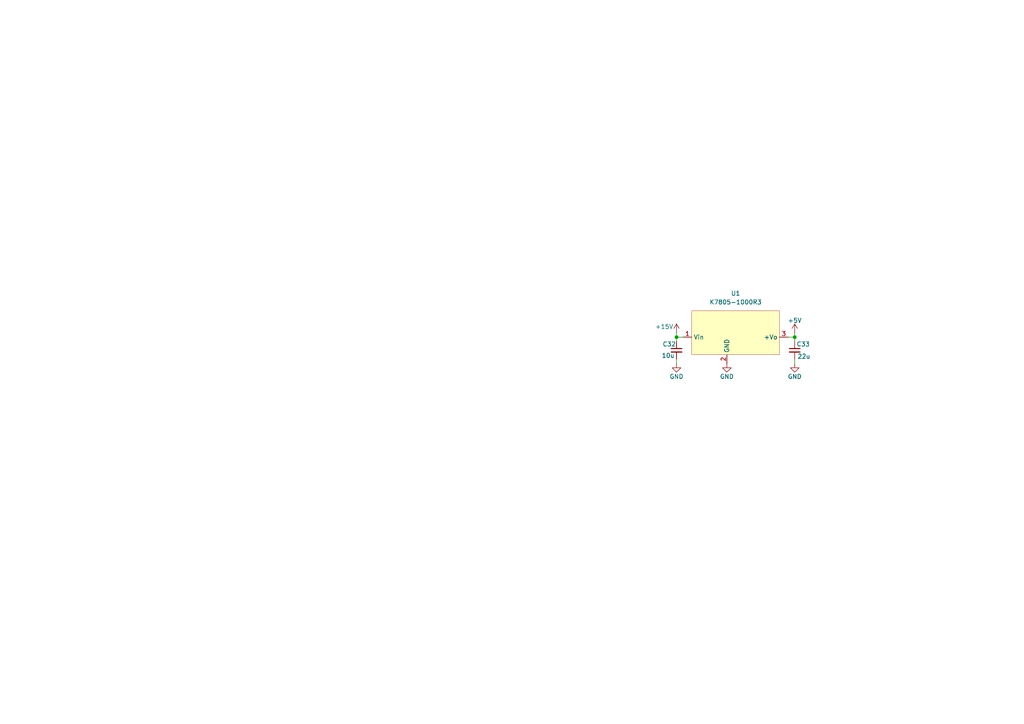
<source format=kicad_sch>
(kicad_sch (version 20231120) (generator "eeschema") (generator_version "8.0")
  (paper "A4")
  (lib_symbols
    (symbol "DCDC_My:K78xx-1000R3"
      (property "Reference" "U" (at 0.254 11.43 0))
      (property "Value" "K7805-1000R3" (at -5.08 8.128 0))
      (symbol "K78xx-1000R3_1_0"
        (rectangle (start -10.16 7.62) (end 15.24 -5.08) (stroke (width 0.0254)) (fill (type background)))
        (pin passive line (at -12.7 0 0) (length 2.54) (name "Vin") (number "1"))
        (pin passive line (at 0 -7.62 90) (length 2.54) (name "GND") (number "2"))
        (pin passive line (at 17.78 0 180) (length 2.54) (name "+Vo") (number "3"))
      )
    )
    (symbol "Device:C_Small" (pin_numbers hide) (pin_names (offset 0.254) hide)
      (property "Reference" "C" (at 0.254 1.778 0))
      (property "Value" "C_Small" (at 0.254 -2.032 0))
      (symbol "C_Small_0_1"
        (polyline (pts (xy -1.524 -0.508) (xy 1.524 -0.508)) (stroke (width 0.3302)))
        (polyline (pts (xy -1.524 0.508) (xy 1.524 0.508)) (stroke (width 0.3048)))
      )
      (symbol "C_Small_1_1"
        (pin passive line (at 0 2.54 270) (length 2.032) (name "~") (number "1"))
        (pin passive line (at 0 -2.54 90) (length 2.032) (name "~") (number "2"))
      )
    )
    (symbol "power:+15V" (power) (pin_names (offset 0))
      (property "Value" "+15V" (at 0 3.556 0))
      (symbol "+15V_0_1"
        (polyline (pts (xy -0.762 1.27) (xy 0 2.54)))
        (polyline (pts (xy 0 0) (xy 0 2.54)))
        (polyline (pts (xy 0 2.54) (xy 0.762 1.27)))
      )
      (symbol "+15V_1_1"
        (pin power_in line (at 0 0 90) (length 0) hide (name "+15V") (number "1"))
      )
    )
    (symbol "power:+5V" (power) (pin_numbers hide) (pin_names (offset 0) hide)
      (property "Value" "+5V" (at 0 3.556 0))
      (symbol "+5V_0_1"
        (polyline (pts (xy -0.762 1.27) (xy 0 2.54)))
        (polyline (pts (xy 0 0) (xy 0 2.54)))
        (polyline (pts (xy 0 2.54) (xy 0.762 1.27)))
      )
      (symbol "+5V_1_1"
        (pin power_in line (at 0 0 90) (length 0) (name "~") (number "1"))
      )
    )
    (symbol "power:GND" (power) (pin_names (offset 0))
      (property "Value" "GND" (at 0 -3.81 0))
      (symbol "GND_0_1"
        (polyline (pts (xy 0 0) (xy 0 -1.27) (xy 1.27 -1.27) (xy 0 -2.54) (xy -1.27 -1.27) (xy 0 -1.27)))
      )
      (symbol "GND_1_1"
        (pin power_in line (at 0 0 270) (length 0) hide (name "GND") (number "1"))
      )
    )
  )
  (junction (at 230.505 97.79))
  (junction (at 196.215 97.79))
  (wire (pts (xy 196.215 97.79) (xy 196.215 96.52)))
  (wire (pts (xy 196.215 104.14) (xy 196.215 105.41)))
  (wire (pts (xy 228.6 97.79) (xy 230.505 97.79)))
  (wire (pts (xy 230.505 96.52) (xy 230.505 97.79)))
  (wire (pts (xy 230.505 97.79) (xy 230.505 99.06)))
  (wire (pts (xy 230.505 104.14) (xy 230.505 105.41)))
  (wire (pts (xy 196.215 97.79) (xy 196.215 99.06)))
  (wire (pts (xy 198.12 97.79) (xy 196.215 97.79)))
  (symbol (lib_id "Device:C_Small") (at 230.505 101.6 0) (unit 1)
    (property "Reference" "C33" (at 231.013 99.822 0) (effects (justify left)))
    (property "Value" "22u" (at 231.267 103.378 0) (effects (justify left)))
    (property "Footprint" "Capacitor_SMD:C_1210_3225Metric_Pad1.33x2.70mm_HandSolder" (effects (hide yes)))
  )
  (symbol (lib_id "power:GND") (at 196.215 105.41 0) (unit 1)
    (property "Reference" "#PWR0132" (effects (hide yes)))
    (property "Value" "GND" (at 196.215 109.22 0))
  )
  (symbol (lib_id "power:GND") (at 210.82 105.41 0) (unit 1)
    (property "Reference" "#PWR078" (effects (hide yes)))
    (property "Value" "GND" (at 210.82 109.22 0))
  )
  (symbol (lib_id "DCDC_My:K78xx-1000R3") (at 210.82 97.79 0) (unit 1)
    (property "Reference" "U1" (at 213.36 85.09 0))
    (property "Value" "K7805-1000R3" (at 213.36 87.63 0))
    (property "Footprint" "K78xx-1000R3" (effects (hide yes)))
  )
  (symbol (lib_id "Device:C_Small") (at 196.215 101.6 0) (unit 1)
    (property "Reference" "C32" (at 192.151 99.822 0) (effects (justify left)))
    (property "Value" "10u" (at 191.897 103.124 0) (effects (justify left)))
    (property "Footprint" "Capacitor_SMD:C_1210_3225Metric_Pad1.33x2.70mm_HandSolder" (effects (hide yes)))
  )
  (symbol (lib_id "power:+15V") (at 196.215 96.52 0) (unit 1)
    (property "Reference" "#PWR077" (effects (hide yes)))
    (property "Value" "+15V" (at 192.659 94.742 0))
  )
  (symbol (lib_id "power:GND") (at 230.505 105.41 0) (unit 1)
    (property "Reference" "#PWR079" (effects (hide yes)))
    (property "Value" "GND" (at 230.505 109.22 0))
  )
  (symbol (lib_id "power:+5V") (at 230.505 96.52 0) (unit 1)
    (property "Reference" "#PWR0149" (effects (hide yes)))
    (property "Value" "+5V" (at 230.505 92.964 0))
    (property "Description" "Power symbol creates a global label with name \"+5V\"" (effects (hide yes)))
  )
)
</source>
